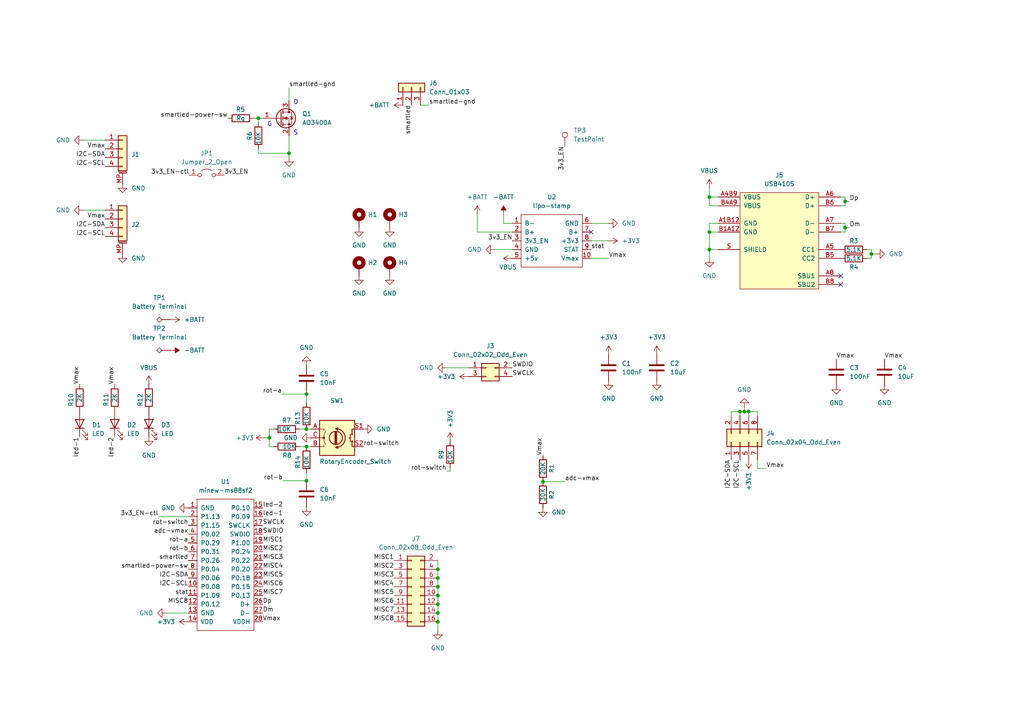
<source format=kicad_sch>
(kicad_sch (version 20211123) (generator eeschema)
  (paper "A4")
  (lib_symbols
    (symbol "Connector:TestPoint" (pin_numbers hide) (pin_names (offset 0.762) hide)
      (property "Reference" "TP" (at 0 6.858 0))
      (property "Value" "TestPoint" (at 0 5.08 0))
      (symbol "TestPoint_0_1"
        (circle (center 0 3.302) (radius 0.762))
      )
      (symbol "TestPoint_1_1"
        (pin passive line (at 0 0 90) (length 2.54) (name "1") (number "1"))
      )
    )
    (symbol "Connector:TestPoint_Alt" (pin_numbers hide) (pin_names (offset 0.762) hide)
      (property "Reference" "TP" (at 0 6.858 0))
      (property "Value" "TestPoint_Alt" (at 0 5.08 0))
      (symbol "TestPoint_Alt_0_1"
        (polyline (pts (xy 0 2.54) (xy -0.762 3.302) (xy 0 4.064) (xy 0.762 3.302) (xy 0 2.54)))
      )
      (symbol "TestPoint_Alt_1_1"
        (pin passive line (at 0 0 90) (length 2.54) (name "1") (number "1"))
      )
    )
    (symbol "Connector_Generic:Conn_01x03" (pin_names (offset 1.016) hide)
      (property "Reference" "J" (at 0 5.08 0))
      (property "Value" "Conn_01x03" (at 0 -5.08 0))
      (symbol "Conn_01x03_1_1"
        (rectangle (start -1.27 -2.413) (end 0 -2.667) (stroke (width 0.1524)))
        (rectangle (start -1.27 0.127) (end 0 -0.127) (stroke (width 0.1524)))
        (rectangle (start -1.27 2.667) (end 0 2.413) (stroke (width 0.1524)))
        (rectangle (start -1.27 3.81) (end 1.27 -3.81) (stroke (width 0.254)) (fill (type background)))
        (pin passive line (at -5.08 2.54 0) (length 3.81) (name "Pin_1") (number "1"))
        (pin passive line (at -5.08 0 0) (length 3.81) (name "Pin_2") (number "2"))
        (pin passive line (at -5.08 -2.54 0) (length 3.81) (name "Pin_3") (number "3"))
      )
    )
    (symbol "Connector_Generic:Conn_02x02_Odd_Even" (pin_names (offset 1.016) hide)
      (property "Reference" "J" (at 1.27 2.54 0))
      (property "Value" "Conn_02x02_Odd_Even" (at 1.27 -5.08 0))
      (symbol "Conn_02x02_Odd_Even_1_1"
        (rectangle (start -1.27 -2.413) (end 0 -2.667) (stroke (width 0.1524)))
        (rectangle (start -1.27 0.127) (end 0 -0.127) (stroke (width 0.1524)))
        (rectangle (start -1.27 1.27) (end 3.81 -3.81) (stroke (width 0.254)) (fill (type background)))
        (rectangle (start 3.81 -2.413) (end 2.54 -2.667) (stroke (width 0.1524)))
        (rectangle (start 3.81 0.127) (end 2.54 -0.127) (stroke (width 0.1524)))
        (pin passive line (at -5.08 0 0) (length 3.81) (name "Pin_1") (number "1"))
        (pin passive line (at 7.62 0 180) (length 3.81) (name "Pin_2") (number "2"))
        (pin passive line (at -5.08 -2.54 0) (length 3.81) (name "Pin_3") (number "3"))
        (pin passive line (at 7.62 -2.54 180) (length 3.81) (name "Pin_4") (number "4"))
      )
    )
    (symbol "Connector_Generic:Conn_02x04_Odd_Even" (pin_names (offset 1.016) hide)
      (property "Reference" "J" (at 1.27 5.08 0))
      (property "Value" "Conn_02x04_Odd_Even" (at 1.27 -7.62 0))
      (symbol "Conn_02x04_Odd_Even_1_1"
        (rectangle (start -1.27 -4.953) (end 0 -5.207) (stroke (width 0.1524)))
        (rectangle (start -1.27 -2.413) (end 0 -2.667) (stroke (width 0.1524)))
        (rectangle (start -1.27 0.127) (end 0 -0.127) (stroke (width 0.1524)))
        (rectangle (start -1.27 2.667) (end 0 2.413) (stroke (width 0.1524)))
        (rectangle (start -1.27 3.81) (end 3.81 -6.35) (stroke (width 0.254)) (fill (type background)))
        (rectangle (start 3.81 -4.953) (end 2.54 -5.207) (stroke (width 0.1524)))
        (rectangle (start 3.81 -2.413) (end 2.54 -2.667) (stroke (width 0.1524)))
        (rectangle (start 3.81 0.127) (end 2.54 -0.127) (stroke (width 0.1524)))
        (rectangle (start 3.81 2.667) (end 2.54 2.413) (stroke (width 0.1524)))
        (pin passive line (at -5.08 2.54 0) (length 3.81) (name "Pin_1") (number "1"))
        (pin passive line (at 7.62 2.54 180) (length 3.81) (name "Pin_2") (number "2"))
        (pin passive line (at -5.08 0 0) (length 3.81) (name "Pin_3") (number "3"))
        (pin passive line (at 7.62 0 180) (length 3.81) (name "Pin_4") (number "4"))
        (pin passive line (at -5.08 -2.54 0) (length 3.81) (name "Pin_5") (number "5"))
        (pin passive line (at 7.62 -2.54 180) (length 3.81) (name "Pin_6") (number "6"))
        (pin passive line (at -5.08 -5.08 0) (length 3.81) (name "Pin_7") (number "7"))
        (pin passive line (at 7.62 -5.08 180) (length 3.81) (name "Pin_8") (number "8"))
      )
    )
    (symbol "Connector_Generic:Conn_02x08_Odd_Even" (pin_names (offset 1.016) hide)
      (property "Reference" "J" (at 1.27 10.16 0))
      (property "Value" "Conn_02x08_Odd_Even" (at 1.27 -12.7 0))
      (symbol "Conn_02x08_Odd_Even_1_1"
        (rectangle (start -1.27 -10.033) (end 0 -10.287) (stroke (width 0.1524)))
        (rectangle (start -1.27 -7.493) (end 0 -7.747) (stroke (width 0.1524)))
        (rectangle (start -1.27 -4.953) (end 0 -5.207) (stroke (width 0.1524)))
        (rectangle (start -1.27 -2.413) (end 0 -2.667) (stroke (width 0.1524)))
        (rectangle (start -1.27 0.127) (end 0 -0.127) (stroke (width 0.1524)))
        (rectangle (start -1.27 2.667) (end 0 2.413) (stroke (width 0.1524)))
        (rectangle (start -1.27 5.207) (end 0 4.953) (stroke (width 0.1524)))
        (rectangle (start -1.27 7.747) (end 0 7.493) (stroke (width 0.1524)))
        (rectangle (start -1.27 8.89) (end 3.81 -11.43) (stroke (width 0.254)) (fill (type background)))
        (rectangle (start 3.81 -10.033) (end 2.54 -10.287) (stroke (width 0.1524)))
        (rectangle (start 3.81 -7.493) (end 2.54 -7.747) (stroke (width 0.1524)))
        (rectangle (start 3.81 -4.953) (end 2.54 -5.207) (stroke (width 0.1524)))
        (rectangle (start 3.81 -2.413) (end 2.54 -2.667) (stroke (width 0.1524)))
        (rectangle (start 3.81 0.127) (end 2.54 -0.127) (stroke (width 0.1524)))
        (rectangle (start 3.81 2.667) (end 2.54 2.413) (stroke (width 0.1524)))
        (rectangle (start 3.81 5.207) (end 2.54 4.953) (stroke (width 0.1524)))
        (rectangle (start 3.81 7.747) (end 2.54 7.493) (stroke (width 0.1524)))
        (pin passive line (at -5.08 7.62 0) (length 3.81) (name "Pin_1") (number "1"))
        (pin passive line (at 7.62 -2.54 180) (length 3.81) (name "Pin_10") (number "10"))
        (pin passive line (at -5.08 -5.08 0) (length 3.81) (name "Pin_11") (number "11"))
        (pin passive line (at 7.62 -5.08 180) (length 3.81) (name "Pin_12") (number "12"))
        (pin passive line (at -5.08 -7.62 0) (length 3.81) (name "Pin_13") (number "13"))
        (pin passive line (at 7.62 -7.62 180) (length 3.81) (name "Pin_14") (number "14"))
        (pin passive line (at -5.08 -10.16 0) (length 3.81) (name "Pin_15") (number "15"))
        (pin passive line (at 7.62 -10.16 180) (length 3.81) (name "Pin_16") (number "16"))
        (pin passive line (at 7.62 7.62 180) (length 3.81) (name "Pin_2") (number "2"))
        (pin passive line (at -5.08 5.08 0) (length 3.81) (name "Pin_3") (number "3"))
        (pin passive line (at 7.62 5.08 180) (length 3.81) (name "Pin_4") (number "4"))
        (pin passive line (at -5.08 2.54 0) (length 3.81) (name "Pin_5") (number "5"))
        (pin passive line (at 7.62 2.54 180) (length 3.81) (name "Pin_6") (number "6"))
        (pin passive line (at -5.08 0 0) (length 3.81) (name "Pin_7") (number "7"))
        (pin passive line (at 7.62 0 180) (length 3.81) (name "Pin_8") (number "8"))
        (pin passive line (at -5.08 -2.54 0) (length 3.81) (name "Pin_9") (number "9"))
      )
    )
    (symbol "Connector_Generic_MountingPin:Conn_01x04_MountingPin" (pin_names (offset 1.016) hide)
      (property "Reference" "J" (at 0 5.08 0))
      (property "Value" "Conn_01x04_MountingPin" (at 1.27 -7.62 0))
      (symbol "Conn_01x04_MountingPin_1_1"
        (rectangle (start -1.27 -4.953) (end 0 -5.207) (stroke (width 0.1524)))
        (rectangle (start -1.27 -2.413) (end 0 -2.667) (stroke (width 0.1524)))
        (rectangle (start -1.27 0.127) (end 0 -0.127) (stroke (width 0.1524)))
        (rectangle (start -1.27 2.667) (end 0 2.413) (stroke (width 0.1524)))
        (rectangle (start -1.27 3.81) (end 1.27 -6.35) (stroke (width 0.254)) (fill (type background)))
        (polyline (pts (xy -1.016 -7.112) (xy 1.016 -7.112)) (stroke (width 0.1524)))
        (text "Mounting" (at 0 -6.731 0) (effects (font (size 0.381 0.381))))
        (pin passive line (at -5.08 2.54 0) (length 3.81) (name "Pin_1") (number "1"))
        (pin passive line (at -5.08 0 0) (length 3.81) (name "Pin_2") (number "2"))
        (pin passive line (at -5.08 -2.54 0) (length 3.81) (name "Pin_3") (number "3"))
        (pin passive line (at -5.08 -5.08 0) (length 3.81) (name "Pin_4") (number "4"))
        (pin passive line (at 0 -10.16 90) (length 3.048) (name "MountPin") (number "MP"))
      )
    )
    (symbol "Device:C" (pin_numbers hide) (pin_names (offset 0.254))
      (property "Reference" "C" (at 0.635 2.54 0))
      (property "Value" "C" (at 0.635 -2.54 0))
      (symbol "C_0_1"
        (polyline (pts (xy -2.032 -0.762) (xy 2.032 -0.762)) (stroke (width 0.508)))
        (polyline (pts (xy -2.032 0.762) (xy 2.032 0.762)) (stroke (width 0.508)))
      )
      (symbol "C_1_1"
        (pin passive line (at 0 3.81 270) (length 2.794) (name "~") (number "1"))
        (pin passive line (at 0 -3.81 90) (length 2.794) (name "~") (number "2"))
      )
    )
    (symbol "Device:LED" (pin_numbers hide) (pin_names (offset 1.016) hide)
      (property "Reference" "D" (at 0 2.54 0))
      (property "Value" "LED" (at 0 -2.54 0))
      (symbol "LED_0_1"
        (polyline (pts (xy -1.27 -1.27) (xy -1.27 1.27)) (stroke (width 0.254)))
        (polyline (pts (xy -1.27 0) (xy 1.27 0)))
        (polyline (pts (xy 1.27 -1.27) (xy 1.27 1.27) (xy -1.27 0) (xy 1.27 -1.27)) (stroke (width 0.254)))
        (polyline (pts (xy -3.048 -0.762) (xy -4.572 -2.286) (xy -3.81 -2.286) (xy -4.572 -2.286) (xy -4.572 -1.524)))
        (polyline (pts (xy -1.778 -0.762) (xy -3.302 -2.286) (xy -2.54 -2.286) (xy -3.302 -2.286) (xy -3.302 -1.524)))
      )
      (symbol "LED_1_1"
        (pin passive line (at -3.81 0 0) (length 2.54) (name "K") (number "1"))
        (pin passive line (at 3.81 0 180) (length 2.54) (name "A") (number "2"))
      )
    )
    (symbol "Device:R" (pin_numbers hide) (pin_names (offset 0))
      (property "Reference" "R" (at 2.032 0 90))
      (property "Value" "R" (at 0 0 90))
      (symbol "R_0_1"
        (rectangle (start -1.016 -2.54) (end 1.016 2.54) (stroke (width 0.254)))
      )
      (symbol "R_1_1"
        (pin passive line (at 0 3.81 270) (length 1.27) (name "~") (number "1"))
        (pin passive line (at 0 -3.81 90) (length 1.27) (name "~") (number "2"))
      )
    )
    (symbol "Device:RotaryEncoder_Switch" (pin_names (offset 0.254) hide)
      (property "Reference" "SW" (at 0 6.604 0))
      (property "Value" "RotaryEncoder_Switch" (at 0 -6.604 0))
      (symbol "RotaryEncoder_Switch_0_1"
        (rectangle (start -5.08 5.08) (end 5.08 -5.08) (stroke (width 0.254)) (fill (type background)))
        (circle (center -3.81 0) (radius 0.254) (fill (type outline)))
        (arc (start -0.381 -2.794) (mid 2.3622 -0.0635) (end -0.381 2.667) (stroke (width 0.254)))
        (circle (center -0.381 0) (radius 1.905) (stroke (width 0.254)))
        (polyline (pts (xy -0.635 -1.778) (xy -0.635 1.778)) (stroke (width 0.254)))
        (polyline (pts (xy -0.381 -1.778) (xy -0.381 1.778)) (stroke (width 0.254)))
        (polyline (pts (xy -0.127 1.778) (xy -0.127 -1.778)) (stroke (width 0.254)))
        (polyline (pts (xy 3.81 0) (xy 3.429 0)) (stroke (width 0.254)))
        (polyline (pts (xy 3.81 1.016) (xy 3.81 -1.016)) (stroke (width 0.254)))
        (polyline (pts (xy -5.08 -2.54) (xy -3.81 -2.54) (xy -3.81 -2.032)))
        (polyline (pts (xy -5.08 2.54) (xy -3.81 2.54) (xy -3.81 2.032)))
        (polyline (pts (xy 0.254 -3.048) (xy -0.508 -2.794) (xy 0.127 -2.413)) (stroke (width 0.254)))
        (polyline (pts (xy 0.254 2.921) (xy -0.508 2.667) (xy 0.127 2.286)) (stroke (width 0.254)))
        (polyline (pts (xy 5.08 -2.54) (xy 4.318 -2.54) (xy 4.318 -1.016)) (stroke (width 0.254)))
        (polyline (pts (xy 5.08 2.54) (xy 4.318 2.54) (xy 4.318 1.016)) (stroke (width 0.254)))
        (polyline (pts (xy -5.08 0) (xy -3.81 0) (xy -3.81 -1.016) (xy -3.302 -2.032)))
        (polyline (pts (xy -4.318 0) (xy -3.81 0) (xy -3.81 1.016) (xy -3.302 2.032)))
        (circle (center 4.318 -1.016) (radius 0.127) (stroke (width 0.254)))
        (circle (center 4.318 1.016) (radius 0.127) (stroke (width 0.254)))
      )
      (symbol "RotaryEncoder_Switch_1_1"
        (pin passive line (at -7.62 2.54 0) (length 2.54) (name "A") (number "A"))
        (pin passive line (at -7.62 -2.54 0) (length 2.54) (name "B") (number "B"))
        (pin passive line (at -7.62 0 0) (length 2.54) (name "C") (number "C"))
        (pin passive line (at 7.62 2.54 180) (length 2.54) (name "S1") (number "S1"))
        (pin passive line (at 7.62 -2.54 180) (length 2.54) (name "S2") (number "S2"))
      )
    )
    (symbol "Jumper:Jumper_2_Open" (pin_names (offset 0) hide)
      (property "Reference" "JP" (at 0 2.794 0))
      (property "Value" "Jumper_2_Open" (at 0 -2.286 0))
      (symbol "Jumper_2_Open_0_0"
        (circle (center -2.032 0) (radius 0.508))
        (circle (center 2.032 0) (radius 0.508))
      )
      (symbol "Jumper_2_Open_0_1"
        (arc (start 1.524 1.27) (mid 0 1.778) (end -1.524 1.27))
      )
      (symbol "Jumper_2_Open_1_1"
        (pin passive line (at -5.08 0 0) (length 2.54) (name "A") (number "1"))
        (pin passive line (at 5.08 0 180) (length 2.54) (name "B") (number "2"))
      )
    )
    (symbol "Mechanical:MountingHole_Pad" (pin_numbers hide) (pin_names (offset 1.016) hide)
      (property "Reference" "H" (at 0 6.35 0))
      (property "Value" "MountingHole_Pad" (at 0 4.445 0))
      (symbol "MountingHole_Pad_0_1"
        (circle (center 0 1.27) (radius 1.27) (stroke (width 1.27)))
      )
      (symbol "MountingHole_Pad_1_1"
        (pin input line (at 0 -2.54 90) (length 2.54) (name "1") (number "1"))
      )
    )
    (symbol "Transistor_FET:AO3400A" (pin_names hide)
      (property "Reference" "Q" (at 5.08 1.905 0))
      (property "Value" "AO3400A" (at 5.08 0 0))
      (symbol "AO3400A_0_1"
        (polyline (pts (xy 0.254 0) (xy -2.54 0)))
        (polyline (pts (xy 0.254 1.905) (xy 0.254 -1.905)) (stroke (width 0.254)))
        (polyline (pts (xy 0.762 -1.27) (xy 0.762 -2.286)) (stroke (width 0.254)))
        (polyline (pts (xy 0.762 0.508) (xy 0.762 -0.508)) (stroke (width 0.254)))
        (polyline (pts (xy 0.762 2.286) (xy 0.762 1.27)) (stroke (width 0.254)))
        (polyline (pts (xy 2.54 2.54) (xy 2.54 1.778)))
        (polyline (pts (xy 2.54 -2.54) (xy 2.54 0) (xy 0.762 0)))
        (polyline (pts (xy 0.762 -1.778) (xy 3.302 -1.778) (xy 3.302 1.778) (xy 0.762 1.778)))
        (polyline (pts (xy 1.016 0) (xy 2.032 0.381) (xy 2.032 -0.381) (xy 1.016 0)) (fill (type outline)))
        (polyline (pts (xy 2.794 0.508) (xy 2.921 0.381) (xy 3.683 0.381) (xy 3.81 0.254)))
        (polyline (pts (xy 3.302 0.381) (xy 2.921 -0.254) (xy 3.683 -0.254) (xy 3.302 0.381)))
        (circle (center 1.651 0) (radius 2.794) (stroke (width 0.254)))
        (circle (center 2.54 -1.778) (radius 0.254) (fill (type outline)))
        (circle (center 2.54 1.778) (radius 0.254) (fill (type outline)))
      )
      (symbol "AO3400A_1_1"
        (pin input line (at -5.08 0 0) (length 2.54) (name "G") (number "1"))
        (pin passive line (at 2.54 -5.08 90) (length 2.54) (name "S") (number "2"))
        (pin passive line (at 2.54 5.08 270) (length 2.54) (name "D") (number "3"))
      )
    )
    (symbol "import:USB4105" (pin_names (offset 1.016))
      (property "Reference" "J" (at -11.43 15.24 0))
      (property "Value" "USB4105" (at -11.43 -15.24 0))
      (symbol "USB4105_0_0"
        (pin passive line (at -17.78 5.08 0) (length 6.35) (name "GND") (number "A1B12"))
        (pin passive line (at -17.78 12.7 0) (length 6.35) (name "VBUS") (number "A4B9"))
        (pin passive line (at 17.78 -2.54 180) (length 6.35) (name "CC1") (number "A5"))
        (pin passive line (at 17.78 12.7 180) (length 6.35) (name "D+") (number "A6"))
        (pin passive line (at 17.78 5.08 180) (length 6.35) (name "D-") (number "A7"))
        (pin passive line (at 17.78 -10.16 180) (length 6.35) (name "SBU1") (number "A8"))
        (pin passive line (at -17.78 2.54 0) (length 6.35) (name "GND") (number "B1A12"))
        (pin passive line (at -17.78 10.16 0) (length 6.35) (name "VBUS") (number "B4A9"))
        (pin passive line (at 17.78 -5.08 180) (length 6.35) (name "CC2") (number "B5"))
        (pin passive line (at 17.78 10.16 180) (length 6.35) (name "D+") (number "B6"))
        (pin passive line (at 17.78 2.54 180) (length 6.35) (name "D-") (number "B7"))
        (pin passive line (at 17.78 -12.7 180) (length 6.35) (name "SBU2") (number "B8"))
        (pin passive line (at -17.78 -2.54 0) (length 6.35) (name "SHIELD") (number "S"))
      )
      (symbol "USB4105_0_1"
        (rectangle (start -11.43 13.97) (end 11.43 -13.97) (fill (type background)))
      )
    )
    (symbol "import:lipo-stamp" (pin_names (offset 1.016))
      (property "Reference" "U" (at 0 1.27 0))
      (property "Value" "lipo-stamp" (at 0 -16.51 0))
      (symbol "lipo-stamp_0_1"
        (rectangle (start -8.89 0) (end 8.89 -15.24))
      )
      (symbol "lipo-stamp_1_1"
        (pin power_in line (at -11.43 -2.54 0) (length 2.54) (name "B-") (number "1"))
        (pin power_out line (at 11.43 -12.7 180) (length 2.54) (name "Vmax") (number "10"))
        (pin power_in line (at -11.43 -5.08 0) (length 2.54) (name "B+") (number "2"))
        (pin input line (at -11.43 -7.62 0) (length 2.54) (name "3v3_EN") (number "3"))
        (pin power_in line (at -11.43 -10.16 0) (length 2.54) (name "GND") (number "4"))
        (pin power_in line (at -11.43 -12.7 0) (length 2.54) (name "+5v") (number "5"))
        (pin power_out line (at 11.43 -2.54 180) (length 2.54) (name "GND") (number "6"))
        (pin power_out line (at 11.43 -5.08 180) (length 2.54) (name "B+") (number "7"))
        (pin power_out line (at 11.43 -7.62 180) (length 2.54) (name "+3v3") (number "8"))
        (pin output line (at 11.43 -10.16 180) (length 2.54) (name "STAT") (number "9"))
      )
    )
    (symbol "import:minew-ms88sf2" (pin_names (offset 1.016))
      (property "Reference" "U" (at 0 1.27 0))
      (property "Value" "minew-ms88sf2" (at 0 -39.37 0))
      (symbol "minew-ms88sf2_0_1"
        (rectangle (start -7.62 0) (end 8.89 -38.1))
      )
      (symbol "minew-ms88sf2_1_1"
        (pin input line (at -10.16 -2.54 0) (length 2.54) (name "GND") (number "1"))
        (pin input line (at -10.16 -25.4 0) (length 2.54) (name "P0.08") (number "10"))
        (pin input line (at -10.16 -27.94 0) (length 2.54) (name "P1.09") (number "11"))
        (pin input line (at -10.16 -30.48 0) (length 2.54) (name "P0.12") (number "12"))
        (pin input line (at -10.16 -33.02 0) (length 2.54) (name "GND") (number "13"))
        (pin input line (at -10.16 -35.56 0) (length 2.54) (name "VDD") (number "14"))
        (pin input line (at 11.43 -2.54 180) (length 2.54) (name "P0.10") (number "15"))
        (pin input line (at 11.43 -5.08 180) (length 2.54) (name "P0.09") (number "16"))
        (pin input line (at 11.43 -7.62 180) (length 2.54) (name "SWCLK") (number "17"))
        (pin input line (at 11.43 -10.16 180) (length 2.54) (name "SWDIO") (number "18"))
        (pin input line (at 11.43 -12.7 180) (length 2.54) (name "P1.00") (number "19"))
        (pin input line (at -10.16 -5.08 0) (length 2.54) (name "P1.13") (number "2"))
        (pin input line (at 11.43 -15.24 180) (length 2.54) (name "P0.24") (number "20"))
        (pin input line (at 11.43 -17.78 180) (length 2.54) (name "P0.22") (number "21"))
        (pin input line (at 11.43 -20.32 180) (length 2.54) (name "P0.20") (number "22"))
        (pin input line (at 11.43 -22.86 180) (length 2.54) (name "P0.18") (number "23"))
        (pin input line (at 11.43 -25.4 180) (length 2.54) (name "P0.15") (number "24"))
        (pin input line (at 11.43 -27.94 180) (length 2.54) (name "P0.13") (number "25"))
        (pin input line (at 11.43 -30.48 180) (length 2.54) (name "D+") (number "26"))
        (pin input line (at 11.43 -33.02 180) (length 2.54) (name "D-") (number "27"))
        (pin input line (at 11.43 -35.56 180) (length 2.54) (name "VDDH") (number "28"))
        (pin input line (at -10.16 -7.62 0) (length 2.54) (name "P1.15") (number "3"))
        (pin input line (at -10.16 -10.16 0) (length 2.54) (name "P0.02") (number "4"))
        (pin input line (at -10.16 -12.7 0) (length 2.54) (name "P0.29") (number "5"))
        (pin input line (at -10.16 -15.24 0) (length 2.54) (name "P0.31") (number "6"))
        (pin input line (at -10.16 -17.78 0) (length 2.54) (name "P0.26") (number "7"))
        (pin input line (at -10.16 -20.32 0) (length 2.54) (name "P0.04") (number "8"))
        (pin input line (at -10.16 -22.86 0) (length 2.54) (name "P0.06") (number "9"))
      )
    )
    (symbol "power:+3V3" (power) (pin_names (offset 0))
      (property "Value" "+3V3" (at 0 3.556 0))
      (symbol "+3V3_0_1"
        (polyline (pts (xy -0.762 1.27) (xy 0 2.54)))
        (polyline (pts (xy 0 0) (xy 0 2.54)))
        (polyline (pts (xy 0 2.54) (xy 0.762 1.27)))
      )
      (symbol "+3V3_1_1"
        (pin power_in line (at 0 0 90) (length 0) hide (name "+3V3") (number "1"))
      )
    )
    (symbol "power:+BATT" (power) (pin_names (offset 0))
      (property "Value" "+BATT" (at 0 3.556 0))
      (symbol "+BATT_0_1"
        (polyline (pts (xy -0.762 1.27) (xy 0 2.54)))
        (polyline (pts (xy 0 0) (xy 0 2.54)))
        (polyline (pts (xy 0 2.54) (xy 0.762 1.27)))
      )
      (symbol "+BATT_1_1"
        (pin power_in line (at 0 0 90) (length 0) hide (name "+BATT") (number "1"))
      )
    )
    (symbol "power:-BATT" (power) (pin_names (offset 0))
      (property "Value" "-BATT" (at 0 3.556 0))
      (symbol "-BATT_0_1"
        (polyline (pts (xy 0 0) (xy 0 2.54)))
        (polyline (pts (xy 0.762 1.27) (xy -0.762 1.27) (xy 0 2.54) (xy 0.762 1.27)) (fill (type outline)))
      )
      (symbol "-BATT_1_1"
        (pin power_in line (at 0 0 90) (length 0) hide (name "-BATT") (number "1"))
      )
    )
    (symbol "power:GND" (power) (pin_names (offset 0))
      (property "Value" "GND" (at 0 -3.81 0))
      (symbol "GND_0_1"
        (polyline (pts (xy 0 0) (xy 0 -1.27) (xy 1.27 -1.27) (xy 0 -2.54) (xy -1.27 -1.27) (xy 0 -1.27)))
      )
      (symbol "GND_1_1"
        (pin power_in line (at 0 0 270) (length 0) hide (name "GND") (number "1"))
      )
    )
    (symbol "power:VBUS" (power) (pin_names (offset 0))
      (property "Value" "VBUS" (at 0 3.81 0))
      (symbol "VBUS_0_1"
        (polyline (pts (xy -0.762 1.27) (xy 0 2.54)))
        (polyline (pts (xy 0 0) (xy 0 2.54)))
        (polyline (pts (xy 0 2.54) (xy 0.762 1.27)))
      )
      (symbol "VBUS_1_1"
        (pin power_in line (at 0 0 90) (length 0) hide (name "VBUS") (number "1"))
      )
    )
  )
  (junction (at 245.11 58.42))
  (junction (at 245.11 66.04))
  (junction (at 252.73 73.66))
  (junction (at 205.74 72.39))
  (junction (at 127 177.8))
  (junction (at 127 172.72))
  (junction (at 88.9 114.3))
  (junction (at 205.74 67.31))
  (junction (at 88.9 124.46))
  (junction (at 127 167.64))
  (junction (at 157.48 139.7))
  (junction (at 127 180.34))
  (junction (at 88.9 139.446))
  (junction (at 83.82 44.45))
  (junction (at 78.105 127))
  (junction (at 214.63 119.38))
  (junction (at 127 165.1))
  (junction (at 217.17 119.38))
  (junction (at 127 170.18))
  (junction (at 74.93 34.29))
  (junction (at 88.9 129.54))
  (junction (at 127 175.26))
  (junction (at 215.9 119.38))
  (junction (at 205.74 57.15))
  (no_connect (at 171.45 67.31))
  (no_connect (at 243.84 82.55))
  (no_connect (at 243.84 80.01))
  (wire (pts (xy 74.93 43.18) (xy 74.93 44.45)))
  (wire (pts (xy 157.48 139.7) (xy 163.83 139.7)))
  (wire (pts (xy 245.11 64.77) (xy 245.11 66.04)))
  (wire (pts (xy 251.46 74.93) (xy 252.73 74.93)))
  (wire (pts (xy 219.71 119.38) (xy 219.71 120.65)))
  (wire (pts (xy 245.11 66.04) (xy 246.38 66.04)))
  (wire (pts (xy 205.74 64.77) (xy 205.74 67.31)))
  (wire (pts (xy 205.74 57.15) (xy 205.74 54.61)))
  (wire (pts (xy 176.53 64.77) (xy 171.45 64.77)))
  (wire (pts (xy 88.9 124.46) (xy 90.17 124.46)))
  (wire (pts (xy 171.45 74.93) (xy 176.53 74.93)))
  (wire (pts (xy 78.105 124.46) (xy 78.105 127)))
  (wire (pts (xy 83.82 39.37) (xy 83.82 44.45)))
  (wire (pts (xy 245.11 59.69) (xy 245.11 58.42)))
  (wire (pts (xy 208.28 59.69) (xy 205.74 59.69)))
  (wire (pts (xy 73.66 34.29) (xy 74.93 34.29)))
  (wire (pts (xy 127 172.72) (xy 127 175.26)))
  (wire (pts (xy 24.13 40.64) (xy 30.48 40.64)))
  (wire (pts (xy 205.74 59.69) (xy 205.74 57.15)))
  (wire (pts (xy 127 162.56) (xy 127 165.1)))
  (wire (pts (xy 219.71 135.89) (xy 222.25 135.89)))
  (wire (pts (xy 252.73 72.39) (xy 252.73 73.66)))
  (wire (pts (xy 148.59 64.77) (xy 146.05 64.77)))
  (wire (pts (xy 88.9 114.3) (xy 88.9 116.84)))
  (wire (pts (xy 243.84 57.15) (xy 245.11 57.15)))
  (wire (pts (xy 86.995 129.54) (xy 88.9 129.54)))
  (wire (pts (xy 205.74 67.31) (xy 208.28 67.31)))
  (wire (pts (xy 83.82 44.45) (xy 83.82 45.72)))
  (wire (pts (xy 205.74 67.31) (xy 205.74 72.39)))
  (wire (pts (xy 245.11 67.31) (xy 245.11 66.04)))
  (wire (pts (xy 243.84 64.77) (xy 245.11 64.77)))
  (wire (pts (xy 127 175.26) (xy 127 177.8)))
  (wire (pts (xy 215.9 118.11) (xy 215.9 119.38)))
  (wire (pts (xy 214.63 119.38) (xy 215.9 119.38)))
  (wire (pts (xy 79.375 129.54) (xy 78.105 129.54)))
  (wire (pts (xy 245.11 58.42) (xy 246.38 58.42)))
  (wire (pts (xy 143.51 72.39) (xy 148.59 72.39)))
  (wire (pts (xy 86.995 124.46) (xy 88.9 124.46)))
  (wire (pts (xy 45.974 149.86) (xy 54.61 149.86)))
  (wire (pts (xy 127 177.8) (xy 127 180.34)))
  (wire (pts (xy 205.74 72.39) (xy 205.74 74.93)))
  (wire (pts (xy 88.9 129.54) (xy 90.17 129.54)))
  (wire (pts (xy 252.73 73.66) (xy 254 73.66)))
  (wire (pts (xy 24.13 60.96) (xy 30.48 60.96)))
  (wire (pts (xy 208.28 64.77) (xy 205.74 64.77)))
  (wire (pts (xy 212.09 119.38) (xy 214.63 119.38)))
  (wire (pts (xy 138.43 67.31) (xy 138.43 62.23)))
  (wire (pts (xy 74.93 44.45) (xy 83.82 44.45)))
  (wire (pts (xy 219.71 133.35) (xy 219.71 135.89)))
  (wire (pts (xy 243.84 67.31) (xy 245.11 67.31)))
  (wire (pts (xy 212.09 120.65) (xy 212.09 119.38)))
  (wire (pts (xy 121.92 30.48) (xy 124.46 30.48)))
  (wire (pts (xy 74.93 34.29) (xy 76.2 34.29)))
  (wire (pts (xy 79.375 124.46) (xy 78.105 124.46)))
  (wire (pts (xy 251.46 72.39) (xy 252.73 72.39)))
  (wire (pts (xy 74.93 34.29) (xy 74.93 35.56)))
  (wire (pts (xy 88.9 137.16) (xy 88.9 139.446)))
  (wire (pts (xy 130.556 135.636) (xy 130.556 136.652)))
  (wire (pts (xy 83.82 25.4) (xy 83.82 29.21)))
  (wire (pts (xy 243.84 59.69) (xy 245.11 59.69)))
  (wire (pts (xy 217.17 119.38) (xy 217.17 120.65)))
  (wire (pts (xy 252.73 74.93) (xy 252.73 73.66)))
  (wire (pts (xy 217.17 119.38) (xy 219.71 119.38)))
  (wire (pts (xy 127 170.18) (xy 127 172.72)))
  (wire (pts (xy 78.105 127) (xy 78.105 129.54)))
  (wire (pts (xy 208.28 57.15) (xy 205.74 57.15)))
  (wire (pts (xy 171.45 69.85) (xy 176.53 69.85)))
  (wire (pts (xy 205.74 72.39) (xy 208.28 72.39)))
  (wire (pts (xy 215.9 119.38) (xy 217.17 119.38)))
  (wire (pts (xy 127 165.1) (xy 127 167.64)))
  (wire (pts (xy 82.042 139.446) (xy 88.9 139.446)))
  (wire (pts (xy 129.54 106.68) (xy 135.89 106.68)))
  (wire (pts (xy 81.788 114.3) (xy 88.9 114.3)))
  (wire (pts (xy 214.63 120.65) (xy 214.63 119.38)))
  (wire (pts (xy 146.05 64.77) (xy 146.05 62.23)))
  (wire (pts (xy 127 180.34) (xy 127 182.88)))
  (wire (pts (xy 78.105 127) (xy 76.835 127)))
  (wire (pts (xy 245.11 57.15) (xy 245.11 58.42)))
  (wire (pts (xy 127 167.64) (xy 127 170.18)))
  (wire (pts (xy 88.9 113.538) (xy 88.9 114.3)))
  (wire (pts (xy 48.26 177.8) (xy 54.61 177.8)))
  (wire (pts (xy 148.59 67.31) (xy 138.43 67.31)))
  (wire (pts (xy 129.54 136.652) (xy 130.556 136.652)))
  (text "S" (at 85.09 39.37 0) (effects (font (size 1.27 1.27)) (justify left bottom)))
  (text "D" (at 85.09 30.48 0) (effects (font (size 1.27 1.27)) (justify left bottom)))
  (text "G" (at 77.47 36.83 0) (effects (font (size 1.27 1.27)) (justify left bottom)))
  (label "I2C-SCL" (at 214.63 133.35 270))
  (label "Vmax" (at 76.2 180.34 0))
  (label "MISC4" (at 76.2 165.1 0))
  (label "Vmax" (at 157.48 132.08 90))
  (label "smartled-gnd" (at 83.82 25.4 0))
  (label "adc-vmax" (at 163.83 139.7 0))
  (label "I2C-SDA" (at 212.09 133.35 270))
  (label "MISC4" (at 114.3 170.18 180))
  (label "SWDIO" (at 148.59 106.68 0))
  (label "SWCLK" (at 148.59 109.22 0))
  (label "I2C-SCL" (at 54.61 170.18 180))
  (label "Vmax" (at 23.114 111.506 90))
  (label "Vmax" (at 33.274 111.506 90))
  (label "rot-a" (at 81.788 114.3 180))
  (label "adc-vmax" (at 54.61 154.94 180))
  (label "MISC8" (at 54.61 175.26 180))
  (label "MISC2" (at 114.3 165.1 180))
  (label "rot-switch" (at 105.41 129.54 0))
  (label "SWDIO" (at 76.2 154.94 0))
  (label "rot-b" (at 82.042 139.446 180))
  (label "Dm" (at 246.38 66.04 0))
  (label "MISC8" (at 114.3 180.34 180))
  (label "smartled-gnd" (at 124.46 30.48 0))
  (label "MISC2" (at 76.2 160.02 0))
  (label "MISC7" (at 76.2 172.72 0))
  (label "rot-switch" (at 129.54 136.652 180))
  (label "MISC1" (at 76.2 157.48 0))
  (label "3v3_EN" (at 65.024 50.8 0))
  (label "MISC5" (at 76.2 167.64 0))
  (label "led-2" (at 33.274 126.746 270))
  (label "smartled" (at 54.61 162.56 180))
  (label "3v3_EN" (at 148.59 69.85 180))
  (label "stat" (at 54.61 172.72 180))
  (label "Dp" (at 246.38 58.42 0))
  (label "smartled" (at 119.38 30.48 270))
  (label "rot-b" (at 54.61 160.02 180))
  (label "MISC6" (at 114.3 175.26 180))
  (label "stat" (at 171.45 72.39 0))
  (label "Vmax" (at 222.25 135.89 0))
  (label "I2C-SDA" (at 54.61 167.64 180))
  (label "smartled-power-sw" (at 66.04 34.29 180))
  (label "led-1" (at 76.2 149.86 0))
  (label "Vmax" (at 256.54 104.14 0))
  (label "I2C-SCL" (at 30.48 48.26 180))
  (label "MISC6" (at 76.2 170.18 0))
  (label "rot-a" (at 54.61 157.48 180))
  (label "MISC5" (at 114.3 172.72 180))
  (label "3v3_EN" (at 163.83 42.418 270))
  (label "led-1" (at 23.114 126.746 270))
  (label "Vmax" (at 30.48 43.18 180))
  (label "MISC1" (at 114.3 162.56 180))
  (label "3v3_EN-ctl" (at 45.974 149.86 180))
  (label "Vmax" (at 30.48 63.5 180))
  (label "Vmax" (at 242.57 104.14 0))
  (label "I2C-SDA" (at 30.48 45.72 180))
  (label "Dm" (at 76.2 177.8 0))
  (label "MISC7" (at 114.3 177.8 180))
  (label "smartled-power-sw" (at 54.61 165.1 180))
  (label "I2C-SCL" (at 30.48 68.58 180))
  (label "Vmax" (at 176.53 74.93 0))
  (label "Dp" (at 76.2 175.26 0))
  (label "MISC3" (at 76.2 162.56 0))
  (label "led-2" (at 76.2 147.32 0))
  (label "I2C-SDA" (at 30.48 66.04 180))
  (label "SWCLK" (at 76.2 152.4 0))
  (label "rot-switch" (at 54.61 152.4 180))
  (label "3v3_EN-ctl" (at 54.864 50.8 180))
  (label "MISC3" (at 114.3 167.64 180))
  (symbol (lib_id "power:GND") (at 129.54 106.68 270) (unit 1)
    (property "Reference" "#PWR0102" (effects hide))
    (property "Value" "GND" (at 125.73 106.6799 90) (effects (justify right)))
  )
  (symbol (lib_id "power:GND") (at 256.54 111.76 0) (unit 1)
    (property "Reference" "#PWR0132" (effects hide))
    (property "Value" "GND" (at 256.54 116.84 0))
  )
  (symbol (lib_id "Device:R") (at 88.9 133.35 180) (unit 1)
    (property "Reference" "R14" (at 86.36 132.08 90) (effects (justify left)))
    (property "Value" "10K" (at 88.9 132.08 90) (effects (justify left)))
    (property "Footprint" "Resistor_SMD:R_0805_2012Metric" (effects hide))
  )
  (symbol (lib_id "Mechanical:MountingHole_Pad") (at 113.03 77.47 0) (unit 1)
    (property "Reference" "H4" (at 115.57 76.1999 0) (effects (justify left)))
    (property "Value" "MountingHole_Pad" (effects hide))
    (property "Footprint" "MountingHole:MountingHole_3.2mm_M3_Pad_Via" (effects hide))
  )
  (symbol (lib_id "Device:C") (at 190.5 106.68 0) (unit 1)
    (property "Reference" "C2" (at 194.31 105.4099 0) (effects (justify left)))
    (property "Value" "10uF" (at 194.31 107.9499 0) (effects (justify left)))
    (property "Footprint" "Capacitor_SMD:C_0805_2012Metric" (effects hide))
  )
  (symbol (lib_id "import:lipo-stamp") (at 160.02 62.23 0) (unit 1)
    (property "Reference" "U2" (at 160.02 57.15 0))
    (property "Value" "lipo-stamp" (at 160.02 59.69 0))
    (property "Footprint" "import:lipo-stamp" (effects hide))
  )
  (symbol (lib_id "Device:R") (at 88.9 120.65 180) (unit 1)
    (property "Reference" "R13" (at 86.36 119.38 90) (effects (justify left)))
    (property "Value" "10K" (at 88.9 119.38 90) (effects (justify left)))
    (property "Footprint" "Resistor_SMD:R_0805_2012Metric" (effects hide))
  )
  (symbol (lib_id "Connector_Generic:Conn_02x04_Odd_Even") (at 214.63 128.27 90) (unit 1)
    (property "Reference" "J4" (at 222.25 125.7299 90) (effects (justify right)))
    (property "Value" "Conn_02x04_Odd_Even" (at 222.25 128.2699 90) (effects (justify right)))
    (property "Footprint" "Connector_PinHeader_2.54mm:PinHeader_2x04_P2.54mm_Vertical" (effects hide))
  )
  (symbol (lib_id "Device:R") (at 83.185 124.46 90) (unit 1)
    (property "Reference" "R7" (at 84.455 121.92 90) (effects (justify left)))
    (property "Value" "10K" (at 84.455 124.46 90) (effects (justify left)))
    (property "Footprint" "Resistor_SMD:R_0805_2012Metric" (effects hide))
  )
  (symbol (lib_id "power:GND") (at 48.26 177.8 270) (unit 1)
    (property "Reference" "#PWR0103" (effects hide))
    (property "Value" "GND" (at 44.45 177.7999 90) (effects (justify right)))
  )
  (symbol (lib_id "power:GND") (at 43.18 126.746 0) (unit 1)
    (property "Reference" "#PWR0144" (effects hide))
    (property "Value" "GND" (at 43.18 132.08 0))
  )
  (symbol (lib_id "Connector:TestPoint_Alt") (at 49.53 101.6 90) (unit 1)
    (property "Reference" "TP2" (at 46.228 95.25 90))
    (property "Value" "Battery Terminal" (at 46.228 97.79 90))
    (property "Footprint" "import:keystone-54" (effects hide))
  )
  (symbol (lib_id "power:GND") (at 176.53 110.49 0) (unit 1)
    (property "Reference" "#PWR0129" (effects hide))
    (property "Value" "GND" (at 176.53 115.57 0))
  )
  (symbol (lib_id "Device:R") (at 23.114 115.316 180) (unit 1)
    (property "Reference" "R10" (at 20.574 114.046 90) (effects (justify left)))
    (property "Value" "2K" (at 23.114 114.046 90) (effects (justify left)))
    (property "Footprint" "Resistor_SMD:R_0805_2012Metric" (effects hide))
  )
  (symbol (lib_id "power:GND") (at 143.51 72.39 270) (unit 1)
    (property "Reference" "#PWR0107" (effects hide))
    (property "Value" "GND" (at 139.7 72.3899 90) (effects (justify right)))
  )
  (symbol (lib_id "Device:R") (at 247.65 72.39 90) (unit 1)
    (property "Reference" "R3" (at 247.65 69.85 90))
    (property "Value" "5.1K" (at 247.65 72.39 90))
    (property "Footprint" "Resistor_SMD:R_0805_2012Metric" (effects hide))
  )
  (symbol (lib_id "Connector_Generic_MountingPin:Conn_01x04_MountingPin") (at 35.56 43.18 0) (unit 1)
    (property "Reference" "J1" (at 38.1 44.8055 0) (effects (justify left)))
    (property "Value" "Conn_01x04_MountingPin" (effects hide))
    (property "Footprint" "Connector_JST:JST_SH_SM04B-SRSS-TB_1x04-1MP_P1.00mm_Horizontal" (effects hide))
  )
  (symbol (lib_id "Device:R") (at 157.48 143.51 180) (unit 1)
    (property "Reference" "R2" (at 160.02 143.51 90))
    (property "Value" "30K" (at 157.48 143.51 90))
    (property "Footprint" "Resistor_SMD:R_0805_2012Metric" (effects hide))
  )
  (symbol (lib_id "power:GND") (at 88.9 147.066 0) (unit 1)
    (property "Reference" "#PWR0141" (effects hide))
    (property "Value" "GND" (at 88.9 152.146 0))
  )
  (symbol (lib_id "power:GND") (at 54.61 147.32 270) (unit 1)
    (property "Reference" "#PWR0105" (effects hide))
    (property "Value" "GND" (at 50.8 147.3199 90) (effects (justify right)))
  )
  (symbol (lib_id "Transistor_FET:AO3400A") (at 81.28 34.29 0) (unit 1)
    (property "Reference" "Q1" (at 87.63 33.0199 0) (effects (justify left)))
    (property "Value" "AO3400A" (at 87.63 35.5599 0) (effects (justify left)))
    (property "Footprint" "Package_TO_SOT_SMD:SOT-23" (effects hide))
    (property "Datasheet" "http://www.aosmd.com/pdfs/datasheet/AO3400A.pdf" (effects hide))
  )
  (symbol (lib_id "Mechanical:MountingHole_Pad") (at 104.14 63.5 0) (unit 1)
    (property "Reference" "H1" (at 106.68 62.2299 0) (effects (justify left)))
    (property "Value" "MountingHole_Pad" (effects hide))
    (property "Footprint" "MountingHole:MountingHole_3.2mm_M3_Pad_Via" (effects hide))
  )
  (symbol (lib_id "Device:LED") (at 33.274 122.936 90) (unit 1)
    (property "Reference" "D2" (at 36.83 123.2534 90) (effects (justify right)))
    (property "Value" "LED" (at 36.83 125.7934 90) (effects (justify right)))
    (property "Footprint" "LED_SMD:LED_0805_2012Metric" (effects hide))
  )
  (symbol (lib_id "power:GND") (at 83.82 45.72 0) (unit 1)
    (property "Reference" "#PWR0134" (effects hide))
    (property "Value" "GND" (at 83.82 50.8 0))
  )
  (symbol (lib_id "power:+3V3") (at 176.53 102.87 0) (unit 1)
    (property "Reference" "#PWR0131" (effects hide))
    (property "Value" "+3V3" (at 176.53 97.79 0))
  )
  (symbol (lib_id "Device:LED") (at 43.18 122.936 90) (unit 1)
    (property "Reference" "D3" (at 46.736 123.2534 90) (effects (justify right)))
    (property "Value" "LED" (at 46.736 125.7934 90) (effects (justify right)))
    (property "Footprint" "LED_SMD:LED_0805_2012Metric" (effects hide))
  )
  (symbol (lib_id "power:GND") (at 113.03 80.01 0) (unit 1)
    (property "Reference" "#PWR0118" (effects hide))
    (property "Value" "GND" (at 113.03 85.09 0))
  )
  (symbol (lib_id "power:+3V3") (at 217.17 133.35 180) (unit 1)
    (property "Reference" "#PWR0116" (effects hide))
    (property "Value" "+3V3" (at 217.17 139.7 90))
  )
  (symbol (lib_id "power:GND") (at 113.03 66.04 0) (unit 1)
    (property "Reference" "#PWR0106" (effects hide))
    (property "Value" "GND" (at 113.03 71.12 0))
  )
  (symbol (lib_id "Device:C") (at 242.57 107.95 0) (unit 1)
    (property "Reference" "C3" (at 246.38 106.6799 0) (effects (justify left)))
    (property "Value" "100nF" (at 246.38 109.2199 0) (effects (justify left)))
    (property "Footprint" "Capacitor_SMD:C_0805_2012Metric" (effects hide))
  )
  (symbol (lib_id "power:GND") (at 88.9 105.918 180) (unit 1)
    (property "Reference" "#PWR0139" (effects hide))
    (property "Value" "GND" (at 88.9 100.838 0))
  )
  (symbol (lib_id "Connector_Generic:Conn_02x08_Odd_Even") (at 119.38 170.18 0) (unit 1)
    (property "Reference" "J7" (at 120.65 156.21 0))
    (property "Value" "Conn_02x08_Odd_Even" (at 120.65 158.75 0))
    (property "Footprint" "Connector_PinHeader_2.54mm:PinHeader_2x08_P2.54mm_Vertical" (effects hide))
  )
  (symbol (lib_id "power:GND") (at 24.13 60.96 270) (unit 1)
    (property "Reference" "#PWR0126" (effects hide))
    (property "Value" "GND" (at 20.32 60.9599 90) (effects (justify right)))
  )
  (symbol (lib_id "power:+3V3") (at 54.61 180.34 90) (unit 1)
    (property "Reference" "#PWR0104" (effects hide))
    (property "Value" "+3V3" (at 50.8 180.3399 90) (effects (justify left)))
  )
  (symbol (lib_id "power:+3V3") (at 176.53 69.85 270) (unit 1)
    (property "Reference" "#PWR0111" (effects hide))
    (property "Value" "+3V3" (at 180.34 69.8499 90) (effects (justify left)))
  )
  (symbol (lib_id "Device:R") (at 83.185 129.54 270) (unit 1)
    (property "Reference" "R8" (at 81.915 132.08 90) (effects (justify left)))
    (property "Value" "10K" (at 81.915 129.54 90) (effects (justify left)))
    (property "Footprint" "Resistor_SMD:R_0805_2012Metric" (effects hide))
  )
  (symbol (lib_id "power:GND") (at 205.74 74.93 0) (unit 1)
    (property "Reference" "#PWR0113" (effects hide))
    (property "Value" "GND" (at 205.74 80.01 0))
  )
  (symbol (lib_id "Connector_Generic:Conn_01x03") (at 119.38 25.4 90) (unit 1)
    (property "Reference" "J6" (at 124.46 24.1299 90) (effects (justify right)))
    (property "Value" "Conn_01x03" (at 124.46 26.6699 90) (effects (justify right)))
    (property "Footprint" "Connector_PinHeader_2.54mm:PinHeader_1x03_P2.54mm_Horizontal" (effects hide))
  )
  (symbol (lib_id "power:VBUS") (at 148.59 74.93 90) (unit 1)
    (property "Reference" "#PWR0108" (effects hide))
    (property "Value" "VBUS" (at 144.78 77.47 90) (effects (justify right)))
  )
  (symbol (lib_id "power:GND") (at 90.17 127 270) (unit 1)
    (property "Reference" "#PWR0140" (effects hide))
    (property "Value" "GND" (at 86.36 126.9999 90) (effects (justify right)))
  )
  (symbol (lib_id "power:+BATT") (at 49.53 92.71 270) (unit 1)
    (property "Reference" "#PWR0128" (effects hide))
    (property "Value" "+BATT" (at 53.34 92.7099 90) (effects (justify left)))
  )
  (symbol (lib_id "power:GND") (at 176.53 64.77 90) (unit 1)
    (property "Reference" "#PWR0110" (effects hide))
    (property "Value" "GND" (at 180.34 64.7701 90) (effects (justify right)))
  )
  (symbol (lib_id "Device:R") (at 33.274 115.316 180) (unit 1)
    (property "Reference" "R11" (at 30.734 114.046 90) (effects (justify left)))
    (property "Value" "2K" (at 33.274 114.046 90) (effects (justify left)))
    (property "Footprint" "Resistor_SMD:R_0805_2012Metric" (effects hide))
  )
  (symbol (lib_id "power:+BATT") (at 138.43 62.23 0) (unit 1)
    (property "Reference" "#PWR0122" (effects hide))
    (property "Value" "+BATT" (at 138.43 57.15 0))
  )
  (symbol (lib_id "Connector:TestPoint") (at 163.83 42.418 0) (unit 1)
    (property "Reference" "TP3" (at 166.37 37.8459 0) (effects (justify left)))
    (property "Value" "TestPoint" (at 166.37 40.3859 0) (effects (justify left)))
    (property "Footprint" "TestPoint:TestPoint_Pad_1.5x1.5mm" (effects hide))
  )
  (symbol (lib_id "power:GND") (at 104.14 66.04 0) (unit 1)
    (property "Reference" "#PWR0120" (effects hide))
    (property "Value" "GND" (at 104.14 71.12 0))
  )
  (symbol (lib_id "Mechanical:MountingHole_Pad") (at 113.03 63.5 0) (unit 1)
    (property "Reference" "H3" (at 115.57 62.2299 0) (effects (justify left)))
    (property "Value" "MountingHole_Pad" (effects hide))
    (property "Footprint" "MountingHole:MountingHole_3.2mm_M3_Pad_Via" (effects hide))
  )
  (symbol (lib_id "power:GND") (at 190.5 110.49 0) (unit 1)
    (property "Reference" "#PWR0130" (effects hide))
    (property "Value" "GND" (at 190.5 115.57 0))
  )
  (symbol (lib_id "power:+3V3") (at 130.556 128.016 0) (unit 1)
    (property "Reference" "#PWR0137" (effects hide))
    (property "Value" "+3V3" (at 130.5559 124.206 90) (effects (justify left)))
  )
  (symbol (lib_id "Device:LED") (at 23.114 122.936 90) (unit 1)
    (property "Reference" "D1" (at 26.67 123.2534 90) (effects (justify right)))
    (property "Value" "LED" (at 26.67 125.7934 90) (effects (justify right)))
    (property "Footprint" "LED_SMD:LED_0805_2012Metric" (effects hide))
  )
  (symbol (lib_id "Jumper:Jumper_2_Open") (at 59.944 50.8 0) (unit 1)
    (property "Reference" "JP1" (at 59.944 44.45 0))
    (property "Value" "Jumper_2_Open" (at 59.944 46.99 0))
    (property "Footprint" "Jumper:SolderJumper-2_P1.3mm_Open_TrianglePad1.0x1.5mm" (effects hide))
  )
  (symbol (lib_id "Connector:TestPoint_Alt") (at 49.53 92.71 90) (unit 1)
    (property "Reference" "TP1" (at 46.228 86.36 90))
    (property "Value" "Battery Terminal" (at 46.228 88.9 90))
    (property "Footprint" "import:keystone-54" (effects hide))
  )
  (symbol (lib_id "power:GND") (at 35.56 73.66 0) (unit 1)
    (property "Reference" "#PWR0125" (effects hide))
    (property "Value" "GND" (at 38.1 74.9299 0) (effects (justify left)))
  )
  (symbol (lib_id "power:GND") (at 105.41 124.46 90) (unit 1)
    (property "Reference" "#PWR0142" (effects hide))
    (property "Value" "GND" (at 109.22 124.4599 90) (effects (justify right)))
  )
  (symbol (lib_id "Device:C") (at 88.9 143.256 0) (unit 1)
    (property "Reference" "C6" (at 92.71 141.9859 0) (effects (justify left)))
    (property "Value" "10nF" (at 92.71 144.5259 0) (effects (justify left)))
    (property "Footprint" "Capacitor_SMD:C_0805_2012Metric" (effects hide))
  )
  (symbol (lib_id "import:minew-ms88sf2") (at 64.77 144.78 0) (unit 1)
    (property "Reference" "U1" (at 65.405 139.7 0))
    (property "Value" "minew-ms88sf2" (at 65.405 142.24 0))
    (property "Footprint" "import:minew-MS88SF21" (effects hide))
  )
  (symbol (lib_id "Connector_Generic_MountingPin:Conn_01x04_MountingPin") (at 35.56 63.5 0) (unit 1)
    (property "Reference" "J2" (at 38.1 65.1255 0) (effects (justify left)))
    (property "Value" "Conn_01x04_MountingPin" (effects hide))
    (property "Footprint" "Connector_JST:JST_SH_SM04B-SRSS-TB_1x04-1MP_P1.00mm_Horizontal" (effects hide))
  )
  (symbol (lib_id "power:GND") (at 242.57 111.76 0) (unit 1)
    (property "Reference" "#PWR0133" (effects hide))
    (property "Value" "GND" (at 242.57 116.84 0))
  )
  (symbol (lib_id "Connector_Generic:Conn_02x02_Odd_Even") (at 140.97 106.68 0) (unit 1)
    (property "Reference" "J3" (at 142.24 100.33 0))
    (property "Value" "Conn_02x02_Odd_Even" (at 142.24 102.87 0))
    (property "Footprint" "Connector_PinHeader_2.54mm:PinHeader_2x02_P2.54mm_Vertical_SMD" (effects hide))
  )
  (symbol (lib_id "power:-BATT") (at 49.53 101.6 270) (unit 1)
    (property "Reference" "#PWR0127" (effects hide))
    (property "Value" "-BATT" (at 53.34 101.5999 90) (effects (justify left)))
  )
  (symbol (lib_id "power:+3V3") (at 76.835 127 90) (unit 1)
    (property "Reference" "#PWR0138" (effects hide))
    (property "Value" "+3V3" (at 73.66 126.9999 90) (effects (justify left)))
  )
  (symbol (lib_id "power:GND") (at 127 182.88 0) (unit 1)
    (property "Reference" "#PWR0136" (effects hide))
    (property "Value" "GND" (at 127 187.96 0))
  )
  (symbol (lib_id "Device:R") (at 69.85 34.29 90) (unit 1)
    (property "Reference" "R5" (at 71.12 31.75 90) (effects (justify left)))
    (property "Value" "Rg" (at 71.12 34.29 90) (effects (justify left)))
    (property "Footprint" "Resistor_SMD:R_0805_2012Metric" (effects hide))
  )
  (symbol (lib_id "Device:RotaryEncoder_Switch") (at 97.79 127 0) (unit 1)
    (property "Reference" "SW1" (at 97.79 116.205 0))
    (property "Value" "RotaryEncoder_Switch" (at 103.124 133.858 0))
    (property "Footprint" "Rotary_Encoder:RotaryEncoder_Alps_EC11E-Switch_Vertical_H20mm" (effects hide))
  )
  (symbol (lib_id "power:GND") (at 254 73.66 90) (unit 1)
    (property "Reference" "#PWR0114" (effects hide))
    (property "Value" "GND" (at 257.81 73.6599 90) (effects (justify right)))
  )
  (symbol (lib_id "power:GND") (at 104.14 80.01 0) (unit 1)
    (property "Reference" "#PWR0119" (effects hide))
    (property "Value" "GND" (at 104.14 85.09 0))
  )
  (symbol (lib_id "power:GND") (at 35.56 53.34 0) (unit 1)
    (property "Reference" "#PWR0124" (effects hide))
    (property "Value" "GND" (at 38.1 54.6099 0) (effects (justify left)))
  )
  (symbol (lib_id "Device:R") (at 43.18 115.316 180) (unit 1)
    (property "Reference" "R12" (at 40.64 114.046 90) (effects (justify left)))
    (property "Value" "2K" (at 43.18 114.046 90) (effects (justify left)))
    (property "Footprint" "Resistor_SMD:R_0805_2012Metric" (effects hide))
  )
  (symbol (lib_id "Device:R") (at 130.556 131.826 180) (unit 1)
    (property "Reference" "R9" (at 128.016 130.556 90) (effects (justify left)))
    (property "Value" "10K" (at 130.556 130.556 90) (effects (justify left)))
    (property "Footprint" "Resistor_SMD:R_0805_2012Metric" (effects hide))
  )
  (symbol (lib_id "Device:R") (at 74.93 39.37 180) (unit 1)
    (property "Reference" "R6" (at 72.39 38.1 90) (effects (justify left)))
    (property "Value" "10K" (at 74.93 38.1 90) (effects (justify left)))
    (property "Footprint" "Resistor_SMD:R_0805_2012Metric" (effects hide))
  )
  (symbol (lib_id "power:+3V3") (at 190.5 102.87 0) (unit 1)
    (property "Reference" "#PWR0109" (effects hide))
    (property "Value" "+3V3" (at 190.5 97.79 0))
  )
  (symbol (lib_id "Device:C") (at 256.54 107.95 0) (unit 1)
    (property "Reference" "C4" (at 260.35 106.6799 0) (effects (justify left)))
    (property "Value" "10uF" (at 260.35 109.2199 0) (effects (justify left)))
    (property "Footprint" "Capacitor_SMD:C_0805_2012Metric" (effects hide))
  )
  (symbol (lib_id "Device:R") (at 247.65 74.93 90) (unit 1)
    (property "Reference" "R4" (at 247.65 77.47 90))
    (property "Value" "5.1K" (at 247.65 74.93 90))
    (property "Footprint" "Resistor_SMD:R_0805_2012Metric" (effects hide))
  )
  (symbol (lib_id "power:GND") (at 157.48 147.32 0) (unit 1)
    (property "Reference" "#PWR0117" (effects hide))
    (property "Value" "GND" (at 160.02 148.5899 0) (effects (justify left)))
  )
  (symbol (lib_id "power:GND") (at 24.13 40.64 270) (unit 1)
    (property "Reference" "#PWR0123" (effects hide))
    (property "Value" "GND" (at 20.32 40.6399 90) (effects (justify right)))
  )
  (symbol (lib_id "Device:R") (at 157.48 135.89 180) (unit 1)
    (property "Reference" "R1" (at 160.02 135.89 90))
    (property "Value" "20K" (at 157.48 135.89 90))
    (property "Footprint" "Resistor_SMD:R_0805_2012Metric" (effects hide))
  )
  (symbol (lib_id "power:+3V3") (at 135.89 109.22 90) (unit 1)
    (property "Reference" "#PWR0101" (effects hide))
    (property "Value" "+3V3" (at 132.08 109.2199 90) (effects (justify left)))
  )
  (symbol (lib_id "power:VBUS") (at 205.74 54.61 0) (unit 1)
    (property "Reference" "#PWR0112" (effects hide))
    (property "Value" "VBUS" (at 205.74 49.53 0))
  )
  (symbol (lib_id "power:GND") (at 215.9 118.11 180) (unit 1)
    (property "Reference" "#PWR0115" (effects hide))
    (property "Value" "GND" (at 215.9 113.03 0))
  )
  (symbol (lib_id "import:USB4105") (at 226.06 69.85 0) (unit 1)
    (property "Reference" "J5" (at 226.06 50.8 0))
    (property "Value" "USB4105" (at 226.06 53.34 0))
    (property "Footprint" "import:USB4105" (effects hide))
    (property "Datasheet" "https://gct.co/connector/usb4105" (effects hide))
    (property "DigiKey" "2073-USB4105-GF-ACT-ND" (effects hide))
  )
  (symbol (lib_id "Mechanical:MountingHole_Pad") (at 104.14 77.47 0) (unit 1)
    (property "Reference" "H2" (at 106.68 76.1999 0) (effects (justify left)))
    (property "Value" "MountingHole_Pad" (effects hide))
    (property "Footprint" "MountingHole:MountingHole_3.2mm_M3_Pad_Via" (effects hide))
  )
  (symbol (lib_id "Device:C") (at 176.53 106.68 0) (unit 1)
    (property "Reference" "C1" (at 180.34 105.4099 0) (effects (justify left)))
    (property "Value" "100nF" (at 180.34 107.9499 0) (effects (justify left)))
    (property "Footprint" "Capacitor_SMD:C_0805_2012Metric" (effects hide))
  )
  (symbol (lib_id "Device:C") (at 88.9 109.728 180) (unit 1)
    (property "Reference" "C5" (at 92.71 108.4579 0) (effects (justify right)))
    (property "Value" "10nF" (at 92.71 110.9979 0) (effects (justify right)))
    (property "Footprint" "Capacitor_SMD:C_0805_2012Metric" (effects hide))
  )
  (symbol (lib_id "power:-BATT") (at 146.05 62.23 0) (unit 1)
    (property "Reference" "#PWR0121" (effects hide))
    (property "Value" "-BATT" (at 146.05 57.15 0))
  )
  (symbol (lib_id "power:+BATT") (at 116.84 30.48 90) (unit 1)
    (property "Reference" "#PWR0135" (effects hide))
    (property "Value" "+BATT" (at 113.03 30.4799 90) (effects (justify left)))
  )
  (symbol (lib_id "power:VBUS") (at 43.18 111.506 0) (unit 1)
    (property "Reference" "#PWR0143" (effects hide))
    (property "Value" "VBUS" (at 43.18 106.68 0))
  )
)
</source>
